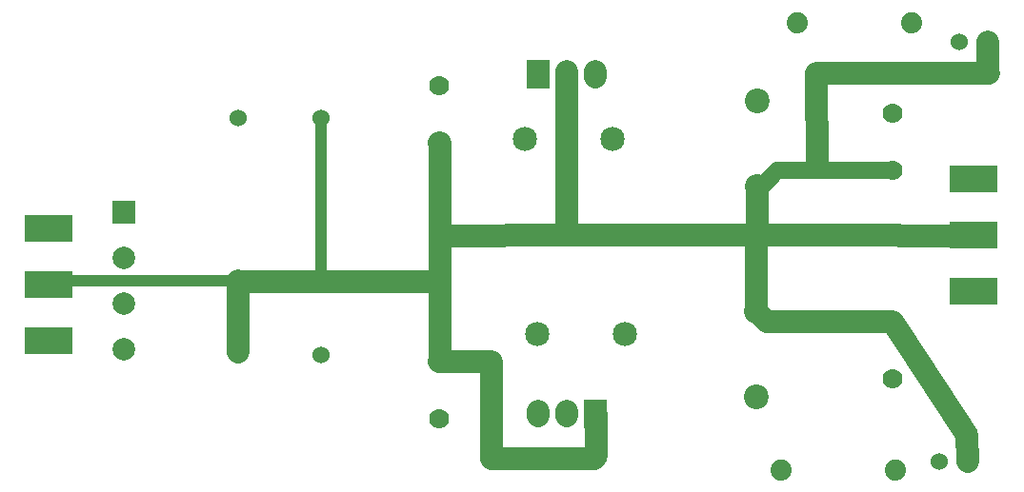
<source format=gbl>
G04 ---------------------------- Layer name :BOTTOM LAYER*
G04 EasyEDA v5.4.10, Tue, 24 Apr 2018 06:19:31 GMT*
G04 0ec78c7897c84d5d92d9569371cc6eda*
G04 Gerber Generator version 0.2*
G04 Scale: 100 percent, Rotated: No, Reflected: No *
G04 Dimensions in millimeters *
G04 leading zeros omitted , absolute positions ,3 integer and 3 decimal *
%FSLAX33Y33*%
%MOMM*%
G90*
G71D02*

%ADD11C,1.999996*%
%ADD12C,1.499997*%
%ADD13R,2.000001X2.500000*%
%ADD14C,2.159000*%
%ADD15R,4.284980X2.379980*%
%ADD16R,1.999996X1.999996*%
%ADD17C,2.200001*%
%ADD18C,1.778000*%
%ADD19C,1.879600*%
%ADD20C,1.524000*%
%ADD21C,2.000001*%
%ADD22C,0.999998*%

%LPD*%
G54D22*
G01X4221Y18409D02*
G01X4221Y18709D01*
G01X33012Y18709D01*
G01X28412Y18610D01*
G01X28412Y33210D01*
G01X28412Y33210D01*
G54D11*
G01X21112Y12410D02*
G01X21112Y18710D01*
G01X38912Y31010D02*
G01X39011Y31008D01*
G01X39011Y18610D01*
G01X32712Y18610D01*
G01X21412Y18610D02*
G01X22613Y18610D01*
G01X32913Y18610D01*
G01X32812Y18610D01*
G01X39011Y11587D02*
G01X39011Y18610D01*
G01X50297Y37111D02*
G01X50312Y37109D01*
G01X50312Y22796D01*
G01X39311Y22710D01*
G54D12*
G01X79212Y28511D02*
G01X69013Y28511D01*
G01X67611Y27109D01*
G54D11*
G01X79913Y22710D02*
G01X86305Y22710D01*
G01X86405Y22810D01*
G01X50312Y22796D02*
G01X79814Y22809D01*
G01X79913Y22710D01*
G01X67113Y16031D02*
G01X67113Y22610D01*
G01X67312Y22809D01*
G01X67213Y27109D02*
G01X67213Y22710D01*
G01X79212Y15087D02*
G01X68057Y15087D01*
G01X67113Y16031D01*
G01X87751Y40010D02*
G01X87751Y37271D01*
G01X87812Y37211D01*
G01X72511Y37211D01*
G01X72512Y28810D01*
G01X72512Y28810D01*
G01X79212Y15087D02*
G01X79248Y15087D01*
G01X85812Y5010D01*
G01X85956Y2608D01*
G01X38912Y11490D02*
G01X43493Y11490D01*
G01X43612Y11510D01*
G01X43612Y2910D01*
G01X52712Y2910D01*
G01X52912Y3110D01*
G01X52912Y6866D01*
G01X52867Y6911D01*
G54D13*
G01X47759Y37109D03*
G01X52867Y6911D03*
G54D14*
G01X54310Y31313D03*
G01X46563Y31313D03*
G01X55410Y14013D03*
G01X47663Y14013D03*
G54D15*
G01X4221Y18409D03*
G01X4221Y13406D03*
G01X4221Y23413D03*
G01X86405Y22809D03*
G01X86405Y27813D03*
G01X86405Y17805D03*
G54D16*
G01X10914Y24803D03*
G54D11*
G01X10914Y20744D03*
G01X10914Y16685D03*
G01X10914Y12623D03*
G54D17*
G01X67114Y8412D03*
G01X67114Y16032D03*
G01X67213Y27109D03*
G01X67213Y34729D03*
G54D18*
G01X38912Y31010D03*
G01X38912Y36090D03*
G01X38912Y6410D03*
G01X38912Y11490D03*
G01X79212Y10007D03*
G01X79212Y15087D03*
G01X79212Y28511D03*
G01X79212Y33591D03*
G54D19*
G01X70812Y41709D03*
G01X80972Y41709D03*
G01X69314Y1910D03*
G01X79474Y1910D03*
G54D20*
G01X83413Y2608D03*
G01X85953Y2608D03*
G01X85211Y40010D03*
G01X87751Y40010D03*
G01X28412Y33210D03*
G01X21046Y33210D03*
G01X28412Y12110D03*
G01X21046Y12110D03*
G54D21*
G01X52837Y37360D02*
G01X52837Y36860D01*
G01X50297Y37360D02*
G01X50297Y36860D01*
G01X47785Y6660D02*
G01X47785Y7160D01*
G01X50325Y6660D02*
G01X50325Y7160D01*
M00*
M02*

</source>
